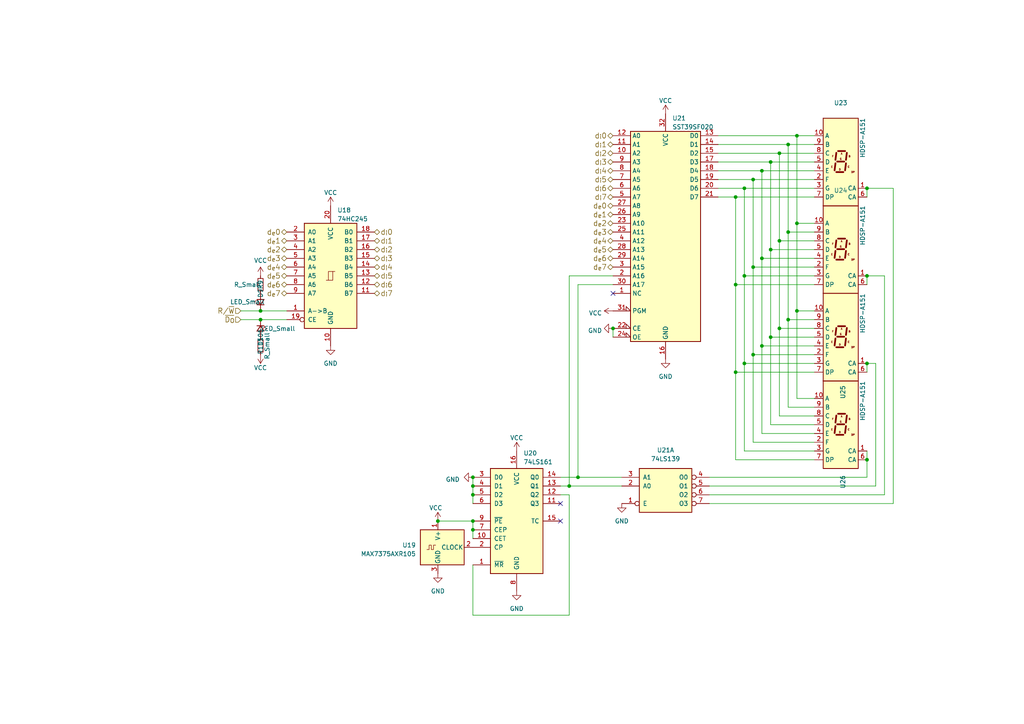
<source format=kicad_sch>
(kicad_sch (version 20230121) (generator eeschema)
  (paper "A4")
  (lib_symbols
    (symbol "74xx:74HC245" (pin_names (offset 1.016))
      (property "Reference" "U" (at -7.62 16.51 0))
      (property "Value" "74HC245" (at -7.62 -16.51 0))
      (symbol "74HC245_1_0"
        (polyline (pts (xy -0.635 -1.27) (xy -0.635 1.27) (xy 0.635 1.27)))
        (polyline (pts (xy -1.27 -1.27) (xy 0.635 -1.27) (xy 0.635 1.27) (xy 1.27 1.27)))
        (pin input line (at -12.7 -10.16 0) (length 5.08) (name "A->B") (number "1"))
        (pin power_in line (at 0 -20.32 90) (length 5.08) (name "GND") (number "10"))
        (pin tri_state line (at 12.7 -5.08 180) (length 5.08) (name "B7") (number "11"))
        (pin tri_state line (at 12.7 -2.54 180) (length 5.08) (name "B6") (number "12"))
        (pin tri_state line (at 12.7 0 180) (length 5.08) (name "B5") (number "13"))
        (pin tri_state line (at 12.7 2.54 180) (length 5.08) (name "B4") (number "14"))
        (pin tri_state line (at 12.7 5.08 180) (length 5.08) (name "B3") (number "15"))
        (pin tri_state line (at 12.7 7.62 180) (length 5.08) (name "B2") (number "16"))
        (pin tri_state line (at 12.7 10.16 180) (length 5.08) (name "B1") (number "17"))
        (pin tri_state line (at 12.7 12.7 180) (length 5.08) (name "B0") (number "18"))
        (pin input inverted (at -12.7 -12.7 0) (length 5.08) (name "CE") (number "19"))
        (pin tri_state line (at -12.7 12.7 0) (length 5.08) (name "A0") (number "2"))
        (pin power_in line (at 0 20.32 270) (length 5.08) (name "VCC") (number "20"))
        (pin tri_state line (at -12.7 10.16 0) (length 5.08) (name "A1") (number "3"))
        (pin tri_state line (at -12.7 7.62 0) (length 5.08) (name "A2") (number "4"))
        (pin tri_state line (at -12.7 5.08 0) (length 5.08) (name "A3") (number "5"))
        (pin tri_state line (at -12.7 2.54 0) (length 5.08) (name "A4") (number "6"))
        (pin tri_state line (at -12.7 0 0) (length 5.08) (name "A5") (number "7"))
        (pin tri_state line (at -12.7 -2.54 0) (length 5.08) (name "A6") (number "8"))
        (pin tri_state line (at -12.7 -5.08 0) (length 5.08) (name "A7") (number "9"))
      )
      (symbol "74HC245_1_1"
        (rectangle (start -7.62 15.24) (end 7.62 -15.24) (stroke (width 0.254)) (fill (type background)))
      )
    )
    (symbol "74xx:74LS139" (pin_names (offset 1.016))
      (property "Reference" "U" (at -7.62 8.89 0))
      (property "Value" "74LS139" (at -7.62 -8.89 0))
      (symbol "74LS139_1_0"
        (pin input inverted (at -12.7 -5.08 0) (length 5.08) (name "E") (number "1"))
        (pin input line (at -12.7 0 0) (length 5.08) (name "A0") (number "2"))
        (pin input line (at -12.7 2.54 0) (length 5.08) (name "A1") (number "3"))
        (pin output inverted (at 12.7 2.54 180) (length 5.08) (name "O0") (number "4"))
        (pin output inverted (at 12.7 0 180) (length 5.08) (name "O1") (number "5"))
        (pin output inverted (at 12.7 -2.54 180) (length 5.08) (name "O2") (number "6"))
        (pin output inverted (at 12.7 -5.08 180) (length 5.08) (name "O3") (number "7"))
      )
      (symbol "74LS139_1_1"
        (rectangle (start -7.62 5.08) (end 7.62 -7.62) (stroke (width 0.254)) (fill (type background)))
      )
      (symbol "74LS139_2_0"
        (pin output inverted (at 12.7 -2.54 180) (length 5.08) (name "O2") (number "10"))
        (pin output inverted (at 12.7 0 180) (length 5.08) (name "O1") (number "11"))
        (pin output inverted (at 12.7 2.54 180) (length 5.08) (name "O0") (number "12"))
        (pin input line (at -12.7 2.54 0) (length 5.08) (name "A1") (number "13"))
        (pin input line (at -12.7 0 0) (length 5.08) (name "A0") (number "14"))
        (pin input inverted (at -12.7 -5.08 0) (length 5.08) (name "E") (number "15"))
        (pin output inverted (at 12.7 -5.08 180) (length 5.08) (name "O3") (number "9"))
      )
      (symbol "74LS139_2_1"
        (rectangle (start -7.62 5.08) (end 7.62 -7.62) (stroke (width 0.254)) (fill (type background)))
      )
      (symbol "74LS139_3_0"
        (pin power_in line (at 0 12.7 270) (length 5.08) (name "VCC") (number "16"))
        (pin power_in line (at 0 -12.7 90) (length 5.08) (name "GND") (number "8"))
      )
      (symbol "74LS139_3_1"
        (rectangle (start -5.08 7.62) (end 5.08 -7.62) (stroke (width 0.254)) (fill (type background)))
      )
    )
    (symbol "74xx:74LS161" (pin_names (offset 1.016))
      (property "Reference" "U" (at -7.62 16.51 0))
      (property "Value" "74LS161" (at -7.62 -16.51 0))
      (symbol "74LS161_1_0"
        (pin input line (at -12.7 -12.7 0) (length 5.08) (name "~{MR}") (number "1"))
        (pin input line (at -12.7 -5.08 0) (length 5.08) (name "CET") (number "10"))
        (pin output line (at 12.7 5.08 180) (length 5.08) (name "Q3") (number "11"))
        (pin output line (at 12.7 7.62 180) (length 5.08) (name "Q2") (number "12"))
        (pin output line (at 12.7 10.16 180) (length 5.08) (name "Q1") (number "13"))
        (pin output line (at 12.7 12.7 180) (length 5.08) (name "Q0") (number "14"))
        (pin output line (at 12.7 0 180) (length 5.08) (name "TC") (number "15"))
        (pin power_in line (at 0 20.32 270) (length 5.08) (name "VCC") (number "16"))
        (pin input line (at -12.7 -7.62 0) (length 5.08) (name "CP") (number "2"))
        (pin input line (at -12.7 12.7 0) (length 5.08) (name "D0") (number "3"))
        (pin input line (at -12.7 10.16 0) (length 5.08) (name "D1") (number "4"))
        (pin input line (at -12.7 7.62 0) (length 5.08) (name "D2") (number "5"))
        (pin input line (at -12.7 5.08 0) (length 5.08) (name "D3") (number "6"))
        (pin input line (at -12.7 -2.54 0) (length 5.08) (name "CEP") (number "7"))
        (pin power_in line (at 0 -20.32 90) (length 5.08) (name "GND") (number "8"))
        (pin input line (at -12.7 0 0) (length 5.08) (name "~{PE}") (number "9"))
      )
      (symbol "74LS161_1_1"
        (rectangle (start -7.62 15.24) (end 7.62 -15.24) (stroke (width 0.254)) (fill (type background)))
      )
    )
    (symbol "Device:LED_Small" (pin_numbers hide) (pin_names (offset 0.254) hide)
      (property "Reference" "D" (at -1.27 3.175 0))
      (property "Value" "LED_Small" (at -4.445 -2.54 0))
      (symbol "LED_Small_0_1"
        (polyline (pts (xy -0.762 -1.016) (xy -0.762 1.016)) (stroke (width 0.254)))
        (polyline (pts (xy 1.016 0) (xy -0.762 0)))
        (polyline (pts (xy 0.762 -1.016) (xy -0.762 0) (xy 0.762 1.016) (xy 0.762 -1.016)) (stroke (width 0.254)))
        (polyline (pts (xy 0 0.762) (xy -0.508 1.27) (xy -0.254 1.27) (xy -0.508 1.27) (xy -0.508 1.016)))
        (polyline (pts (xy 0.508 1.27) (xy 0 1.778) (xy 0.254 1.778) (xy 0 1.778) (xy 0 1.524)))
      )
      (symbol "LED_Small_1_1"
        (pin passive line (at -2.54 0 0) (length 1.778) (name "K") (number "1"))
        (pin passive line (at 2.54 0 180) (length 1.778) (name "A") (number "2"))
      )
    )
    (symbol "Device:R_Small" (pin_numbers hide) (pin_names (offset 0.254) hide)
      (property "Reference" "R" (at 0.762 0.508 0))
      (property "Value" "R_Small" (at 0.762 -1.016 0))
      (symbol "R_Small_0_1"
        (rectangle (start -0.762 1.778) (end 0.762 -1.778) (stroke (width 0.2032)))
      )
      (symbol "R_Small_1_1"
        (pin passive line (at 0 2.54 270) (length 0.762) (name "~") (number "1"))
        (pin passive line (at 0 -2.54 90) (length 0.762) (name "~") (number "2"))
      )
    )
    (symbol "Display_Character:HDSP-A151"
      (property "Reference" "U" (at -3.81 13.97 0))
      (property "Value" "HDSP-A151" (at 6.35 13.97 0))
      (symbol "HDSP-A151_1_0"
        (text "A" (at 0.254 2.413 0) (effects (font (size 0.508 0.508))))
        (text "B" (at 2.54 1.651 0) (effects (font (size 0.508 0.508))))
        (text "C" (at 2.286 -1.397 0) (effects (font (size 0.508 0.508))))
        (text "D" (at -0.254 -2.159 0) (effects (font (size 0.508 0.508))))
        (text "DP" (at 3.556 -2.921 0) (effects (font (size 0.508 0.508))))
        (text "E" (at -2.54 -1.397 0) (effects (font (size 0.508 0.508))))
        (text "F" (at -2.286 1.651 0) (effects (font (size 0.508 0.508))))
        (text "G" (at 0 0.889 0) (effects (font (size 0.508 0.508))))
      )
      (symbol "HDSP-A151_1_1"
        (rectangle (start -5.08 12.7) (end 5.08 -12.7) (stroke (width 0.254)) (fill (type background)))
        (polyline (pts (xy -1.524 -0.381) (xy -1.778 -2.413)) (stroke (width 0.508)))
        (polyline (pts (xy -1.27 -2.921) (xy 0.762 -2.921)) (stroke (width 0.508)))
        (polyline (pts (xy -1.27 2.667) (xy -1.524 0.635)) (stroke (width 0.508)))
        (polyline (pts (xy -1.016 0.127) (xy 1.016 0.127)) (stroke (width 0.508)))
        (polyline (pts (xy -0.762 3.175) (xy 1.27 3.175)) (stroke (width 0.508)))
        (polyline (pts (xy 1.524 -0.381) (xy 1.27 -2.413)) (stroke (width 0.508)))
        (polyline (pts (xy 1.778 2.667) (xy 1.524 0.635)) (stroke (width 0.508)))
        (polyline (pts (xy 2.54 -2.921) (xy 2.54 -2.921)) (stroke (width 0.508)))
        (pin input line (at 7.62 -7.62 180) (length 2.54) (name "CA") (number "1"))
        (pin input line (at -7.62 7.62 0) (length 2.54) (name "A") (number "10"))
        (pin input line (at -7.62 -5.08 0) (length 2.54) (name "F") (number "2"))
        (pin input line (at -7.62 -7.62 0) (length 2.54) (name "G") (number "3"))
        (pin input line (at -7.62 -2.54 0) (length 2.54) (name "E") (number "4"))
        (pin input line (at -7.62 0 0) (length 2.54) (name "D") (number "5"))
        (pin input line (at 7.62 -10.16 180) (length 2.54) (name "CA") (number "6"))
        (pin input line (at -7.62 -10.16 0) (length 2.54) (name "DP") (number "7"))
        (pin input line (at -7.62 2.54 0) (length 2.54) (name "C") (number "8"))
        (pin input line (at -7.62 5.08 0) (length 2.54) (name "B") (number "9"))
      )
    )
    (symbol "Memory_Flash:SST39SF020"
      (property "Reference" "U" (at 2.54 33.02 0))
      (property "Value" "SST39SF020" (at 0 -30.48 0))
      (symbol "SST39SF020_0_0"
        (pin power_in line (at 0 -34.29 90) (length 5.08) (name "GND") (number "16"))
        (pin power_in line (at 0 36.83 270) (length 5.08) (name "VCC") (number "32"))
      )
      (symbol "SST39SF020_0_1"
        (rectangle (start -10.16 31.75) (end 10.16 -29.21) (stroke (width 0.254)) (fill (type background)))
      )
      (symbol "SST39SF020_1_1"
        (pin input line (at -15.24 -15.24 0) (length 5.08) (name "NC") (number "1"))
        (pin input line (at -15.24 25.4 0) (length 5.08) (name "A2") (number "10"))
        (pin input line (at -15.24 27.94 0) (length 5.08) (name "A1") (number "11"))
        (pin input line (at -15.24 30.48 0) (length 5.08) (name "A0") (number "12"))
        (pin tri_state line (at 15.24 30.48 180) (length 5.08) (name "D0") (number "13"))
        (pin tri_state line (at 15.24 27.94 180) (length 5.08) (name "D1") (number "14"))
        (pin tri_state line (at 15.24 25.4 180) (length 5.08) (name "D2") (number "15"))
        (pin tri_state line (at 15.24 22.86 180) (length 5.08) (name "D3") (number "17"))
        (pin tri_state line (at 15.24 20.32 180) (length 5.08) (name "D4") (number "18"))
        (pin tri_state line (at 15.24 17.78 180) (length 5.08) (name "D5") (number "19"))
        (pin input line (at -15.24 -10.16 0) (length 5.08) (name "A16") (number "2"))
        (pin tri_state line (at 15.24 15.24 180) (length 5.08) (name "D6") (number "20"))
        (pin tri_state line (at 15.24 12.7 180) (length 5.08) (name "D7") (number "21"))
        (pin input input_low (at -15.24 -25.4 0) (length 5.08) (name "CE") (number "22"))
        (pin input line (at -15.24 5.08 0) (length 5.08) (name "A10") (number "23"))
        (pin input input_low (at -15.24 -27.94 0) (length 5.08) (name "OE") (number "24"))
        (pin input line (at -15.24 2.54 0) (length 5.08) (name "A11") (number "25"))
        (pin input line (at -15.24 7.62 0) (length 5.08) (name "A9") (number "26"))
        (pin input line (at -15.24 10.16 0) (length 5.08) (name "A8") (number "27"))
        (pin input line (at -15.24 -2.54 0) (length 5.08) (name "A13") (number "28"))
        (pin input line (at -15.24 -5.08 0) (length 5.08) (name "A14") (number "29"))
        (pin input line (at -15.24 -7.62 0) (length 5.08) (name "A15") (number "3"))
        (pin input line (at -15.24 -12.7 0) (length 5.08) (name "A17") (number "30"))
        (pin input input_low (at -15.24 -20.32 0) (length 5.08) (name "PGM") (number "31"))
        (pin input line (at -15.24 0 0) (length 5.08) (name "A12") (number "4"))
        (pin input line (at -15.24 12.7 0) (length 5.08) (name "A7") (number "5"))
        (pin input line (at -15.24 15.24 0) (length 5.08) (name "A6") (number "6"))
        (pin input line (at -15.24 17.78 0) (length 5.08) (name "A5") (number "7"))
        (pin input line (at -15.24 20.32 0) (length 5.08) (name "A4") (number "8"))
        (pin input line (at -15.24 22.86 0) (length 5.08) (name "A3") (number "9"))
      )
    )
    (symbol "Oscillator:MAX7375AXR105" (pin_names (offset 0.254))
      (property "Reference" "U" (at -2.54 6.35 0))
      (property "Value" "MAX7375AXR105" (at 1.27 -6.35 0))
      (symbol "MAX7375AXR105_0_1"
        (rectangle (start -5.08 5.08) (end 7.62 -5.08) (stroke (width 0.254)) (fill (type background)))
        (polyline (pts (xy -3.175 -0.635) (xy -2.54 -0.635) (xy -2.54 0.635) (xy -1.905 0.635) (xy -1.905 -0.635) (xy -1.27 -0.635) (xy -1.27 0.635) (xy -0.635 0.635)))
      )
      (symbol "MAX7375AXR105_1_1"
        (pin power_in line (at 0 7.62 270) (length 2.54) (name "V+") (number "1"))
        (pin output line (at 10.16 0 180) (length 2.54) (name "CLOCK") (number "2"))
        (pin power_in line (at 0 -7.62 90) (length 2.54) (name "GND") (number "3"))
      )
    )
    (symbol "power:GND" (power) (pin_names (offset 0))
      (property "Value" "GND" (at 0 -3.81 0))
      (symbol "GND_0_1"
        (polyline (pts (xy 0 0) (xy 0 -1.27) (xy 1.27 -1.27) (xy 0 -2.54) (xy -1.27 -1.27) (xy 0 -1.27)))
      )
      (symbol "GND_1_1"
        (pin power_in line (at 0 0 270) (length 0) hide (name "GND") (number "1"))
      )
    )
    (symbol "power:VCC" (power) (pin_names (offset 0))
      (property "Value" "VCC" (at 0 3.81 0))
      (symbol "VCC_0_1"
        (polyline (pts (xy -0.762 1.27) (xy 0 2.54)))
        (polyline (pts (xy 0 0) (xy 0 2.54)))
        (polyline (pts (xy 0 2.54) (xy 0.762 1.27)))
      )
      (symbol "VCC_1_1"
        (pin power_in line (at 0 0 90) (length 0) hide (name "VCC") (number "1"))
      )
    )
  )
  (junction (at 226.06 44.45))
  (junction (at 218.44 52.07))
  (junction (at 251.46 80.01))
  (junction (at 218.44 77.47))
  (junction (at 223.52 72.39))
  (junction (at 215.9 105.41))
  (junction (at 251.46 105.41))
  (junction (at 177.8 95.25))
  (junction (at 231.14 39.37))
  (junction (at 215.9 54.61))
  (junction (at 213.36 107.95))
  (junction (at 127 151.13))
  (junction (at 137.16 153.67))
  (junction (at 75.565 90.17))
  (junction (at 213.36 82.55))
  (junction (at 75.565 92.71))
  (junction (at 231.14 90.17))
  (junction (at 231.14 64.77))
  (junction (at 220.98 100.33))
  (junction (at 137.16 140.97))
  (junction (at 213.36 57.15))
  (junction (at 137.16 151.13))
  (junction (at 220.98 74.93))
  (junction (at 223.52 97.79))
  (junction (at 226.06 95.25))
  (junction (at 223.52 46.99))
  (junction (at 228.6 92.71))
  (junction (at 228.6 41.91))
  (junction (at 167.64 138.43))
  (junction (at 137.16 138.43))
  (junction (at 251.46 133.35))
  (junction (at 226.06 69.85))
  (junction (at 228.6 67.31))
  (junction (at 218.44 102.87))
  (junction (at 215.9 80.01))
  (junction (at 220.98 49.53))
  (junction (at 165.1 140.97))
  (junction (at 251.46 54.61))
  (junction (at 137.16 143.51))
  (no_connect (at 162.56 146.05))
  (no_connect (at 162.56 151.13))
  (no_connect (at 177.8 85.09))
  (wire (pts (xy 236.22 44.45) (xy 226.06 44.45)))
  (wire (pts (xy 236.22 130.81) (xy 215.9 130.81)))
  (wire (pts (xy 256.54 143.51) (xy 256.54 80.01)))
  (wire (pts (xy 208.28 46.99) (xy 223.52 46.99)))
  (wire (pts (xy 228.6 41.91) (xy 228.6 67.31)))
  (wire (pts (xy 177.8 95.25) (xy 177.8 97.79)))
  (wire (pts (xy 236.22 46.99) (xy 223.52 46.99)))
  (wire (pts (xy 226.06 95.25) (xy 226.06 120.65)))
  (wire (pts (xy 236.22 95.25) (xy 226.06 95.25)))
  (wire (pts (xy 223.52 97.79) (xy 223.52 123.19)))
  (wire (pts (xy 251.46 54.61) (xy 259.08 54.61)))
  (wire (pts (xy 213.36 107.95) (xy 213.36 133.35)))
  (wire (pts (xy 231.14 39.37) (xy 231.14 64.77)))
  (wire (pts (xy 215.9 105.41) (xy 215.9 130.81)))
  (wire (pts (xy 205.74 143.51) (xy 256.54 143.51)))
  (wire (pts (xy 236.22 102.87) (xy 218.44 102.87)))
  (wire (pts (xy 236.22 67.31) (xy 228.6 67.31)))
  (wire (pts (xy 205.74 140.97) (xy 254 140.97)))
  (wire (pts (xy 218.44 102.87) (xy 218.44 128.27)))
  (wire (pts (xy 236.22 105.41) (xy 215.9 105.41)))
  (wire (pts (xy 137.16 138.43) (xy 137.16 140.97)))
  (wire (pts (xy 208.28 52.07) (xy 218.44 52.07)))
  (wire (pts (xy 167.64 138.43) (xy 167.64 82.55)))
  (wire (pts (xy 236.22 77.47) (xy 218.44 77.47)))
  (wire (pts (xy 218.44 77.47) (xy 218.44 102.87)))
  (wire (pts (xy 236.22 72.39) (xy 223.52 72.39)))
  (wire (pts (xy 165.1 143.51) (xy 165.1 178.435)))
  (wire (pts (xy 236.22 118.11) (xy 228.6 118.11)))
  (wire (pts (xy 236.22 64.77) (xy 231.14 64.77)))
  (wire (pts (xy 226.06 69.85) (xy 226.06 95.25)))
  (wire (pts (xy 167.64 82.55) (xy 177.8 82.55)))
  (wire (pts (xy 180.34 138.43) (xy 167.64 138.43)))
  (wire (pts (xy 223.52 72.39) (xy 223.52 97.79)))
  (wire (pts (xy 162.56 143.51) (xy 165.1 143.51)))
  (wire (pts (xy 127 151.13) (xy 137.16 151.13)))
  (wire (pts (xy 236.22 54.61) (xy 215.9 54.61)))
  (wire (pts (xy 137.16 140.97) (xy 137.16 143.51)))
  (wire (pts (xy 208.28 57.15) (xy 213.36 57.15)))
  (wire (pts (xy 220.98 74.93) (xy 220.98 100.33)))
  (wire (pts (xy 75.565 92.71) (xy 83.185 92.71)))
  (wire (pts (xy 231.14 64.77) (xy 231.14 90.17)))
  (wire (pts (xy 162.56 138.43) (xy 167.64 138.43)))
  (wire (pts (xy 251.46 133.35) (xy 251.46 130.81)))
  (wire (pts (xy 205.74 138.43) (xy 251.46 138.43)))
  (wire (pts (xy 69.85 92.71) (xy 75.565 92.71)))
  (wire (pts (xy 236.22 92.71) (xy 228.6 92.71)))
  (wire (pts (xy 254 105.41) (xy 251.46 105.41)))
  (wire (pts (xy 213.36 82.55) (xy 213.36 107.95)))
  (wire (pts (xy 228.6 92.71) (xy 228.6 118.11)))
  (wire (pts (xy 162.56 140.97) (xy 165.1 140.97)))
  (wire (pts (xy 137.16 151.13) (xy 137.16 153.67)))
  (wire (pts (xy 251.46 54.61) (xy 251.46 57.15)))
  (wire (pts (xy 236.22 49.53) (xy 220.98 49.53)))
  (wire (pts (xy 213.36 57.15) (xy 213.36 82.55)))
  (wire (pts (xy 228.6 67.31) (xy 228.6 92.71)))
  (wire (pts (xy 165.1 80.01) (xy 165.1 140.97)))
  (wire (pts (xy 213.36 107.95) (xy 236.22 107.95)))
  (wire (pts (xy 236.22 69.85) (xy 226.06 69.85)))
  (wire (pts (xy 177.8 80.01) (xy 165.1 80.01)))
  (wire (pts (xy 223.52 46.99) (xy 223.52 72.39)))
  (wire (pts (xy 213.36 57.15) (xy 236.22 57.15)))
  (wire (pts (xy 259.08 54.61) (xy 259.08 146.05)))
  (wire (pts (xy 208.28 54.61) (xy 215.9 54.61)))
  (wire (pts (xy 236.22 90.17) (xy 231.14 90.17)))
  (wire (pts (xy 236.22 39.37) (xy 231.14 39.37)))
  (wire (pts (xy 215.9 54.61) (xy 215.9 80.01)))
  (wire (pts (xy 236.22 123.19) (xy 223.52 123.19)))
  (wire (pts (xy 251.46 80.01) (xy 251.46 82.55)))
  (wire (pts (xy 254 140.97) (xy 254 105.41)))
  (wire (pts (xy 236.22 74.93) (xy 220.98 74.93)))
  (wire (pts (xy 251.46 105.41) (xy 251.46 107.95)))
  (wire (pts (xy 231.14 90.17) (xy 231.14 115.57)))
  (wire (pts (xy 251.46 138.43) (xy 251.46 133.35)))
  (wire (pts (xy 137.16 153.67) (xy 137.16 156.21)))
  (wire (pts (xy 208.28 49.53) (xy 220.98 49.53)))
  (wire (pts (xy 236.22 41.91) (xy 228.6 41.91)))
  (wire (pts (xy 236.22 100.33) (xy 220.98 100.33)))
  (wire (pts (xy 231.14 39.37) (xy 208.28 39.37)))
  (wire (pts (xy 236.22 133.35) (xy 213.36 133.35)))
  (wire (pts (xy 220.98 49.53) (xy 220.98 74.93)))
  (wire (pts (xy 165.1 178.435) (xy 137.16 178.435)))
  (wire (pts (xy 215.9 80.01) (xy 215.9 105.41)))
  (wire (pts (xy 259.08 146.05) (xy 205.74 146.05)))
  (wire (pts (xy 236.22 52.07) (xy 218.44 52.07)))
  (wire (pts (xy 256.54 80.01) (xy 251.46 80.01)))
  (wire (pts (xy 236.22 128.27) (xy 218.44 128.27)))
  (wire (pts (xy 208.28 41.91) (xy 228.6 41.91)))
  (wire (pts (xy 208.28 44.45) (xy 226.06 44.45)))
  (wire (pts (xy 137.16 143.51) (xy 137.16 146.05)))
  (wire (pts (xy 236.22 125.73) (xy 220.98 125.73)))
  (wire (pts (xy 236.22 80.01) (xy 215.9 80.01)))
  (wire (pts (xy 226.06 44.45) (xy 226.06 69.85)))
  (wire (pts (xy 165.1 140.97) (xy 180.34 140.97)))
  (wire (pts (xy 213.36 82.55) (xy 236.22 82.55)))
  (wire (pts (xy 236.22 120.65) (xy 226.06 120.65)))
  (wire (pts (xy 218.44 52.07) (xy 218.44 77.47)))
  (wire (pts (xy 220.98 100.33) (xy 220.98 125.73)))
  (wire (pts (xy 236.22 115.57) (xy 231.14 115.57)))
  (wire (pts (xy 137.16 178.435) (xy 137.16 163.83)))
  (wire (pts (xy 236.22 97.79) (xy 223.52 97.79)))
  (wire (pts (xy 69.85 90.17) (xy 75.565 90.17)))
  (wire (pts (xy 75.565 90.17) (xy 83.185 90.17)))
  (hierarchical_label "d_{e}6" (shape tri_state) (at 177.8 74.93 180) (effects (font (size 1.524 1.524))))
  (hierarchical_label "d_{i}1" (shape tri_state) (at 177.8 41.91 180) (effects (font (size 1.524 1.524))))
  (hierarchical_label "d_{i}4" (shape tri_state) (at 108.585 77.47 0) (effects (font (size 1.524 1.524))))
  (hierarchical_label "d_{e}3" (shape tri_state) (at 83.185 74.93 180) (effects (font (size 1.524 1.524))))
  (hierarchical_label "d_{i}2" (shape tri_state) (at 108.585 72.39 0) (effects (font (size 1.524 1.524))))
  (hierarchical_label "R{slash}~{W}" (shape input) (at 69.85 90.17 180) (effects (font (size 1.524 1.524))))
  (hierarchical_label "d_{e}0" (shape tri_state) (at 177.8 59.69 180) (effects (font (size 1.524 1.524))))
  (hierarchical_label "d_{e}1" (shape tri_state) (at 83.185 69.85 180) (effects (font (size 1.524 1.524))))
  (hierarchical_label "d_{e}4" (shape tri_state) (at 177.8 69.85 180) (effects (font (size 1.524 1.524))))
  (hierarchical_label "d_{e}2" (shape tri_state) (at 177.8 64.77 180) (effects (font (size 1.524 1.524))))
  (hierarchical_label "d_{i}3" (shape tri_state) (at 108.585 74.93 0) (effects (font (size 1.524 1.524))))
  (hierarchical_label "d_{e}2" (shape tri_state) (at 83.185 72.39 180) (effects (font (size 1.524 1.524))))
  (hierarchical_label "d_{e}1" (shape tri_state) (at 177.8 62.23 180) (effects (font (size 1.524 1.524))))
  (hierarchical_label "d_{i}3" (shape tri_state) (at 177.8 46.99 180) (effects (font (size 1.524 1.524))))
  (hierarchical_label "d_{i}0" (shape tri_state) (at 108.585 67.31 0) (effects (font (size 1.524 1.524))))
  (hierarchical_label "d_{i}5" (shape tri_state) (at 108.585 80.01 0) (effects (font (size 1.524 1.524))))
  (hierarchical_label "d_{e}5" (shape tri_state) (at 83.185 80.01 180) (effects (font (size 1.524 1.524))))
  (hierarchical_label "d_{i}6" (shape tri_state) (at 177.8 54.61 180) (effects (font (size 1.524 1.524))))
  (hierarchical_label "d_{e}4" (shape tri_state) (at 83.185 77.47 180) (effects (font (size 1.524 1.524))))
  (hierarchical_label "d_{i}2" (shape tri_state) (at 177.8 44.45 180) (effects (font (size 1.524 1.524))))
  (hierarchical_label "~{D_{O}}" (shape input) (at 69.85 92.71 180) (effects (font (size 1.524 1.524))))
  (hierarchical_label "d_{e}7" (shape tri_state) (at 177.8 77.47 180) (effects (font (size 1.524 1.524))))
  (hierarchical_label "d_{i}1" (shape tri_state) (at 108.585 69.85 0) (effects (font (size 1.524 1.524))))
  (hierarchical_label "d_{e}0" (shape tri_state) (at 83.185 67.31 180) (effects (font (size 1.524 1.524))))
  (hierarchical_label "d_{i}7" (shape tri_state) (at 108.585 85.09 0) (effects (font (size 1.524 1.524))))
  (hierarchical_label "d_{e}7" (shape tri_state) (at 83.185 85.09 180) (effects (font (size 1.524 1.524))))
  (hierarchical_label "d_{e}6" (shape tri_state) (at 83.185 82.55 180) (effects (font (size 1.524 1.524))))
  (hierarchical_label "d_{e}3" (shape tri_state) (at 177.8 67.31 180) (effects (font (size 1.524 1.524))))
  (hierarchical_label "d_{i}0" (shape tri_state) (at 177.8 39.37 180) (effects (font (size 1.524 1.524))))
  (hierarchical_label "d_{i}7" (shape tri_state) (at 177.8 57.15 180) (effects (font (size 1.524 1.524))))
  (hierarchical_label "d_{i}6" (shape tri_state) (at 108.585 82.55 0) (effects (font (size 1.524 1.524))))
  (hierarchical_label "d_{i}4" (shape tri_state) (at 177.8 49.53 180) (effects (font (size 1.524 1.524))))
  (hierarchical_label "d_{i}5" (shape tri_state) (at 177.8 52.07 180) (effects (font (size 1.524 1.524))))
  (hierarchical_label "d_{e}5" (shape tri_state) (at 177.8 72.39 180) (effects (font (size 1.524 1.524))))
  (symbol (lib_id "Display_Character:HDSP-A151") (at 243.84 46.99 0) (unit 1)
    (property "Reference" "U23" (at 243.84 29.845 0))
    (property "Value" "HDSP-A151" (at 250.19 40.005 90))
    (property "Footprint" "Display_7Segment:HDSP-A151" (effects hide))
    (property "Datasheet" "https://docs.broadcom.com/docs/AV02-2553EN" (effects hide))
  )
  (symbol (lib_id "power:VCC") (at 193.04 33.02 0) (unit 1)
    (property "Reference" "#PWR0107" (effects hide))
    (property "Value" "VCC" (at 193.04 29.21 0))
  )
  (symbol (lib_id "power:VCC") (at 127 151.13 0) (unit 1)
    (property "Reference" "#PWR099" (effects hide))
    (property "Value" "VCC" (at 124.46 147.32 0) (effects (justify left)))
  )
  (symbol (lib_id "power:VCC") (at 75.565 80.01 0) (unit 1)
    (property "Reference" "#PWR03" (effects hide))
    (property "Value" "VCC" (at 75.565 75.565 0))
    (instances (project "8bit-computer" (path "" (reference "#PWR03") (unit 1)) (path "" (reference "#PWR095") (unit 1))))
  )
  (symbol (lib_id "Device:LED_Small") (at 75.565 87.63 90) (unit 1)
    (property "Reference" "D9" (at 75.565 85.0265 0))
    (property "Value" "LED_Small" (at 71.755 87.5665 90))
    (instances (project "8bit-computer" (path "" (reference "D9") (unit 1)) (path "" (reference "D10") (unit 1)) (path "" (reference "D62") (unit 1))))
  )
  (symbol (lib_id "Device:R_Small") (at 75.565 100.33 0) (unit 1)
    (property "Reference" "R115" (at 75.565 100.33 90))
    (property "Value" "R_Small" (at 77.47 100.33 90))
    (instances (project "8bit-computer" (path "" (reference "R115") (unit 1)) (path "" (reference "R116") (unit 1)) (path "" (reference "R68") (unit 1))))
  )
  (symbol (lib_id "power:VCC") (at 75.565 102.87 180) (unit 1)
    (property "Reference" "#PWR024" (effects hide))
    (property "Value" "VCC" (at 77.47 106.68 0) (effects (justify left)))
    (instances (project "8bit-computer" (path "" (reference "#PWR024") (unit 1)) (path "" (reference "#PWR033") (unit 1)) (path "" (reference "#PWR096") (unit 1))))
  )
  (symbol (lib_id "Device:LED_Small") (at 75.565 95.25 270) (unit 1)
    (property "Reference" "D106" (at 75.565 97.8535 0))
    (property "Value" "LED_Small" (at 80.645 95.3135 90))
    (instances (project "8bit-computer" (path "" (reference "D106") (unit 1)) (path "" (reference "D107") (unit 1)) (path "" (reference "D63") (unit 1))))
  )
  (symbol (lib_id "Display_Character:HDSP-A151") (at 243.84 123.19 0) (unit 1)
    (property "Reference" "U26" (at 244.475 137.795 90) (effects (justify right)))
    (property "Value" "HDSP-A151" (at 250.19 110.49 90) (effects (justify right)))
    (property "Footprint" "Display_7Segment:HDSP-A151" (effects hide))
    (property "Datasheet" "https://docs.broadcom.com/docs/AV02-2553EN" (effects hide))
  )
  (symbol (lib_id "power:GND") (at 177.8 95.25 270) (unit 1)
    (property "Reference" "#PWR0105" (effects hide))
    (property "Value" "GND" (at 174.625 95.885 90) (effects (justify right)))
  )
  (symbol (lib_id "74xx:74LS161") (at 149.86 151.13 0) (unit 1)
    (property "Reference" "U20" (at 151.8159 131.445 0) (effects (justify left)))
    (property "Value" "74LS161" (at 151.8159 133.985 0) (effects (justify left)))
    (property "Datasheet" "http://www.ti.com/lit/gpn/sn74LS161" (effects hide))
  )
  (symbol (lib_id "power:GND") (at 95.885 100.33 0) (unit 1)
    (property "Reference" "#PWR098" (effects hide))
    (property "Value" "GND" (at 95.885 105.41 0))
  )
  (symbol (lib_id "power:GND") (at 127 166.37 0) (unit 1)
    (property "Reference" "#PWR0100" (effects hide))
    (property "Value" "GND" (at 127 171.45 0))
  )
  (symbol (lib_id "Device:R_Small") (at 75.565 82.55 180) (unit 1)
    (property "Reference" "R9" (at 75.565 82.55 90))
    (property "Value" "R_Small" (at 71.755 82.55 0))
    (instances (project "8bit-computer" (path "" (reference "R9") (unit 1)) (path "" (reference "R10") (unit 1)) (path "" (reference "R67") (unit 1))))
  )
  (symbol (lib_id "74xx:74HC245") (at 95.885 80.01 0) (unit 1)
    (property "Reference" "U18" (at 97.8409 60.96 0) (effects (justify left)))
    (property "Value" "74HC245" (at 97.8409 63.5 0) (effects (justify left)))
    (property "Datasheet" "http://www.ti.com/lit/gpn/sn74HC245" (effects hide))
  )
  (symbol (lib_id "power:GND") (at 137.16 138.43 270) (unit 1)
    (property "Reference" "#PWR0101" (effects hide))
    (property "Value" "GND" (at 133.35 139.065 90) (effects (justify right)))
  )
  (symbol (lib_id "power:GND") (at 180.34 146.05 0) (unit 1)
    (property "Reference" "#PWR0106" (effects hide))
    (property "Value" "GND" (at 180.34 151.13 0))
  )
  (symbol (lib_id "power:VCC") (at 177.8 90.17 90) (unit 1)
    (property "Reference" "#PWR0104" (effects hide))
    (property "Value" "VCC" (at 174.625 90.805 90) (effects (justify left)))
  )
  (symbol (lib_id "Memory_Flash:SST39SF020") (at 193.04 69.85 0) (unit 1)
    (property "Reference" "U21" (at 194.9959 34.29 0) (effects (justify left)))
    (property "Value" "SST39SF020" (at 194.9959 36.83 0) (effects (justify left)))
    (property "Datasheet" "http://ww1.microchip.com/downloads/en/DeviceDoc/25022B.pdf" (effects hide))
  )
  (symbol (lib_id "power:GND") (at 193.04 104.14 0) (unit 1)
    (property "Reference" "#PWR0108" (effects hide))
    (property "Value" "GND" (at 193.04 109.22 0))
  )
  (symbol (lib_id "Display_Character:HDSP-A151") (at 243.84 72.39 0) (unit 1)
    (property "Reference" "U24" (at 243.84 55.245 0))
    (property "Value" "HDSP-A151" (at 250.19 65.405 90))
    (property "Footprint" "Display_7Segment:HDSP-A151" (effects hide))
    (property "Datasheet" "https://docs.broadcom.com/docs/AV02-2553EN" (effects hide))
  )
  (symbol (lib_id "Display_Character:HDSP-A151") (at 243.84 97.79 0) (unit 1)
    (property "Reference" "U25" (at 244.475 111.76 90) (effects (justify right)))
    (property "Value" "HDSP-A151" (at 250.19 85.09 90) (effects (justify right)))
    (property "Footprint" "Display_7Segment:HDSP-A151" (effects hide))
    (property "Datasheet" "https://docs.broadcom.com/docs/AV02-2553EN" (effects hide))
  )
  (symbol (lib_id "power:VCC") (at 149.86 130.81 0) (unit 1)
    (property "Reference" "#PWR0102" (effects hide))
    (property "Value" "VCC" (at 149.86 127 0))
  )
  (symbol (lib_id "74xx:74LS139") (at 193.04 140.97 0) (unit 1)
    (property "Reference" "U21" (at 193.04 130.556 0))
    (property "Value" "74LS139" (at 193.04 133.096 0))
    (property "Datasheet" "http://www.ti.com/lit/ds/symlink/sn74ls139a.pdf" (effects hide))
    (instances (project "8bit-computer" (path "" (reference "U21") (unit 1)) (path "" (reference "U22") (unit 1))))
  )
  (symbol (lib_id "power:GND") (at 149.86 171.45 0) (unit 1)
    (property "Reference" "#PWR0103" (effects hide))
    (property "Value" "GND" (at 149.86 176.53 0))
  )
  (symbol (lib_id "power:VCC") (at 95.885 59.69 0) (unit 1)
    (property "Reference" "#PWR097" (effects hide))
    (property "Value" "VCC" (at 95.885 55.88 0))
  )
  (symbol (lib_id "Oscillator:MAX7375AXR105") (at 127 158.75 0) (unit 1)
    (property "Reference" "U19" (at 120.65 158.115 0) (effects (justify right)))
    (property "Value" "MAX7375AXR105" (at 120.65 160.655 0) (effects (justify right)))
    (property "Footprint" "Package_TO_SOT_SMD:SOT-323_SC-70" (effects hide))
    (property "Datasheet" "https://datasheets.maximintegrated.com/en/ds/MAX7375.pdf" (effects hide))
  )
)
</source>
